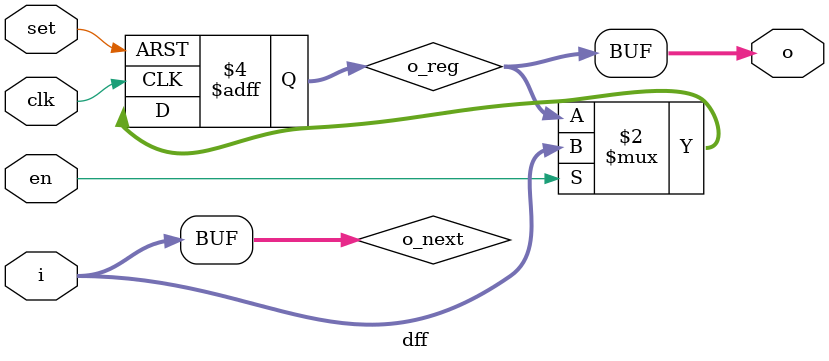
<source format=v>
module dff(
  input wire clk, set, en,
  input wire [3:0] i,
  output wire [3:0] o
);
  reg [3:0] o_reg;
  wire [3:0] o_next;
  always @(posedge clk, posedge set)
  begin
    if (set)
      o_reg <= 4'b1111;
    else if (en)
      o_reg <= o_next;
  end
  assign o_next = i;
  assign o = o_reg;

endmodule
</source>
